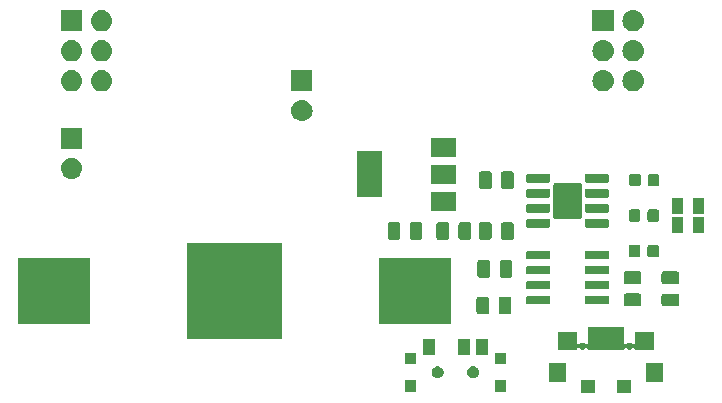
<source format=gbr>
G04 #@! TF.GenerationSoftware,KiCad,Pcbnew,5.1.2*
G04 #@! TF.CreationDate,2019-05-10T12:40:58-05:00*
G04 #@! TF.ProjectId,BreadboardPwr,42726561-6462-46f6-9172-645077722e6b,rev?*
G04 #@! TF.SameCoordinates,Original*
G04 #@! TF.FileFunction,Soldermask,Top*
G04 #@! TF.FilePolarity,Negative*
%FSLAX46Y46*%
G04 Gerber Fmt 4.6, Leading zero omitted, Abs format (unit mm)*
G04 Created by KiCad (PCBNEW 5.1.2) date 2019-05-10 12:40:58*
%MOMM*%
%LPD*%
G04 APERTURE LIST*
%ADD10C,0.100000*%
G04 APERTURE END LIST*
D10*
G36*
X156851000Y-130001000D02*
G01*
X155649000Y-130001000D01*
X155649000Y-128899000D01*
X156851000Y-128899000D01*
X156851000Y-130001000D01*
X156851000Y-130001000D01*
G37*
G36*
X153851000Y-130001000D02*
G01*
X152649000Y-130001000D01*
X152649000Y-128899000D01*
X153851000Y-128899000D01*
X153851000Y-130001000D01*
X153851000Y-130001000D01*
G37*
G36*
X138651000Y-129901000D02*
G01*
X137749000Y-129901000D01*
X137749000Y-128899000D01*
X138651000Y-128899000D01*
X138651000Y-129901000D01*
X138651000Y-129901000D01*
G37*
G36*
X146251000Y-129901000D02*
G01*
X145349000Y-129901000D01*
X145349000Y-128899000D01*
X146251000Y-128899000D01*
X146251000Y-129901000D01*
X146251000Y-129901000D01*
G37*
G36*
X151401000Y-129071000D02*
G01*
X149949000Y-129071000D01*
X149949000Y-127469000D01*
X151401000Y-127469000D01*
X151401000Y-129071000D01*
X151401000Y-129071000D01*
G37*
G36*
X159551000Y-129071000D02*
G01*
X158099000Y-129071000D01*
X158099000Y-127469000D01*
X159551000Y-127469000D01*
X159551000Y-129071000D01*
X159551000Y-129071000D01*
G37*
G36*
X143597740Y-127758626D02*
G01*
X143646136Y-127768253D01*
X143683902Y-127783896D01*
X143737311Y-127806019D01*
X143737312Y-127806020D01*
X143819369Y-127860848D01*
X143889152Y-127930631D01*
X143889153Y-127930633D01*
X143943981Y-128012689D01*
X143981747Y-128103865D01*
X144001000Y-128200655D01*
X144001000Y-128299345D01*
X143981747Y-128396135D01*
X143943981Y-128487311D01*
X143943980Y-128487312D01*
X143889152Y-128569369D01*
X143819369Y-128639152D01*
X143778062Y-128666752D01*
X143737311Y-128693981D01*
X143683902Y-128716104D01*
X143646136Y-128731747D01*
X143597740Y-128741374D01*
X143549345Y-128751000D01*
X143450655Y-128751000D01*
X143402260Y-128741374D01*
X143353864Y-128731747D01*
X143316098Y-128716104D01*
X143262689Y-128693981D01*
X143221938Y-128666752D01*
X143180631Y-128639152D01*
X143110848Y-128569369D01*
X143056020Y-128487312D01*
X143056019Y-128487311D01*
X143018253Y-128396135D01*
X142999000Y-128299345D01*
X142999000Y-128200655D01*
X143018253Y-128103865D01*
X143056019Y-128012689D01*
X143110847Y-127930633D01*
X143110848Y-127930631D01*
X143180631Y-127860848D01*
X143262688Y-127806020D01*
X143262689Y-127806019D01*
X143316098Y-127783896D01*
X143353864Y-127768253D01*
X143402260Y-127758626D01*
X143450655Y-127749000D01*
X143549345Y-127749000D01*
X143597740Y-127758626D01*
X143597740Y-127758626D01*
G37*
G36*
X140597740Y-127758626D02*
G01*
X140646136Y-127768253D01*
X140683902Y-127783896D01*
X140737311Y-127806019D01*
X140737312Y-127806020D01*
X140819369Y-127860848D01*
X140889152Y-127930631D01*
X140889153Y-127930633D01*
X140943981Y-128012689D01*
X140981747Y-128103865D01*
X141001000Y-128200655D01*
X141001000Y-128299345D01*
X140981747Y-128396135D01*
X140943981Y-128487311D01*
X140943980Y-128487312D01*
X140889152Y-128569369D01*
X140819369Y-128639152D01*
X140778062Y-128666752D01*
X140737311Y-128693981D01*
X140683902Y-128716104D01*
X140646136Y-128731747D01*
X140597740Y-128741374D01*
X140549345Y-128751000D01*
X140450655Y-128751000D01*
X140402260Y-128741374D01*
X140353864Y-128731747D01*
X140316098Y-128716104D01*
X140262689Y-128693981D01*
X140221938Y-128666752D01*
X140180631Y-128639152D01*
X140110848Y-128569369D01*
X140056020Y-128487312D01*
X140056019Y-128487311D01*
X140018253Y-128396135D01*
X139999000Y-128299345D01*
X139999000Y-128200655D01*
X140018253Y-128103865D01*
X140056019Y-128012689D01*
X140110847Y-127930633D01*
X140110848Y-127930631D01*
X140180631Y-127860848D01*
X140262688Y-127806020D01*
X140262689Y-127806019D01*
X140316098Y-127783896D01*
X140353864Y-127768253D01*
X140402260Y-127758626D01*
X140450655Y-127749000D01*
X140549345Y-127749000D01*
X140597740Y-127758626D01*
X140597740Y-127758626D01*
G37*
G36*
X146251000Y-127601000D02*
G01*
X145349000Y-127601000D01*
X145349000Y-126599000D01*
X146251000Y-126599000D01*
X146251000Y-127601000D01*
X146251000Y-127601000D01*
G37*
G36*
X138641000Y-127601000D02*
G01*
X137739000Y-127601000D01*
X137739000Y-126599000D01*
X138641000Y-126599000D01*
X138641000Y-127601000D01*
X138641000Y-127601000D01*
G37*
G36*
X143251000Y-126801000D02*
G01*
X142249000Y-126801000D01*
X142249000Y-125449000D01*
X143251000Y-125449000D01*
X143251000Y-126801000D01*
X143251000Y-126801000D01*
G37*
G36*
X140251000Y-126801000D02*
G01*
X139249000Y-126801000D01*
X139249000Y-125449000D01*
X140251000Y-125449000D01*
X140251000Y-126801000D01*
X140251000Y-126801000D01*
G37*
G36*
X144751000Y-126801000D02*
G01*
X143749000Y-126801000D01*
X143749000Y-125449000D01*
X144751000Y-125449000D01*
X144751000Y-126801000D01*
X144751000Y-126801000D01*
G37*
G36*
X156301000Y-125771548D02*
G01*
X156303402Y-125795934D01*
X156310515Y-125819383D01*
X156322066Y-125840994D01*
X156337611Y-125859936D01*
X156356553Y-125875481D01*
X156378164Y-125887032D01*
X156401613Y-125894145D01*
X156425999Y-125896547D01*
X156450385Y-125894145D01*
X156473834Y-125887032D01*
X156495445Y-125875481D01*
X156514387Y-125859936D01*
X156516196Y-125858127D01*
X156516198Y-125858124D01*
X156558124Y-125816198D01*
X156607423Y-125783258D01*
X156607425Y-125783257D01*
X156662203Y-125760567D01*
X156720353Y-125749000D01*
X156779647Y-125749000D01*
X156837797Y-125760567D01*
X156892575Y-125783257D01*
X156892577Y-125783258D01*
X156941876Y-125816198D01*
X156983802Y-125858124D01*
X156983804Y-125858127D01*
X156985613Y-125859936D01*
X157004555Y-125875481D01*
X157026166Y-125887032D01*
X157049615Y-125894145D01*
X157074001Y-125896547D01*
X157098387Y-125894145D01*
X157121836Y-125887032D01*
X157143447Y-125875481D01*
X157162389Y-125859936D01*
X157177934Y-125840994D01*
X157189485Y-125819383D01*
X157196598Y-125795934D01*
X157199000Y-125771548D01*
X157199000Y-124849000D01*
X158801000Y-124849000D01*
X158801000Y-126351000D01*
X157199000Y-126351000D01*
X157199000Y-126328452D01*
X157196598Y-126304066D01*
X157189485Y-126280617D01*
X157177934Y-126259006D01*
X157162389Y-126240064D01*
X157143447Y-126224519D01*
X157121836Y-126212968D01*
X157098387Y-126205855D01*
X157074001Y-126203453D01*
X157049615Y-126205855D01*
X157026166Y-126212968D01*
X157004555Y-126224519D01*
X156985613Y-126240064D01*
X156983804Y-126241873D01*
X156983802Y-126241876D01*
X156941876Y-126283802D01*
X156892577Y-126316742D01*
X156892576Y-126316743D01*
X156892575Y-126316743D01*
X156837797Y-126339433D01*
X156779647Y-126351000D01*
X156720353Y-126351000D01*
X156662203Y-126339433D01*
X156607425Y-126316743D01*
X156607424Y-126316743D01*
X156607423Y-126316742D01*
X156558124Y-126283802D01*
X156516198Y-126241876D01*
X156516196Y-126241873D01*
X156514387Y-126240064D01*
X156495445Y-126224519D01*
X156473834Y-126212968D01*
X156450385Y-126205855D01*
X156425999Y-126203453D01*
X156401613Y-126205855D01*
X156378164Y-126212968D01*
X156356553Y-126224519D01*
X156337611Y-126240064D01*
X156322066Y-126259006D01*
X156310515Y-126280617D01*
X156303402Y-126304066D01*
X156301000Y-126328452D01*
X156301000Y-126351000D01*
X153199000Y-126351000D01*
X153199000Y-126328452D01*
X153196598Y-126304066D01*
X153189485Y-126280617D01*
X153177934Y-126259006D01*
X153162389Y-126240064D01*
X153143447Y-126224519D01*
X153121836Y-126212968D01*
X153098387Y-126205855D01*
X153074001Y-126203453D01*
X153049615Y-126205855D01*
X153026166Y-126212968D01*
X153004555Y-126224519D01*
X152985613Y-126240064D01*
X152983804Y-126241873D01*
X152983802Y-126241876D01*
X152941876Y-126283802D01*
X152892577Y-126316742D01*
X152892576Y-126316743D01*
X152892575Y-126316743D01*
X152837797Y-126339433D01*
X152779647Y-126351000D01*
X152720353Y-126351000D01*
X152662203Y-126339433D01*
X152607425Y-126316743D01*
X152607424Y-126316743D01*
X152607423Y-126316742D01*
X152558124Y-126283802D01*
X152516198Y-126241876D01*
X152516196Y-126241873D01*
X152514387Y-126240064D01*
X152495445Y-126224519D01*
X152473834Y-126212968D01*
X152450385Y-126205855D01*
X152425999Y-126203453D01*
X152401613Y-126205855D01*
X152378164Y-126212968D01*
X152356553Y-126224519D01*
X152337611Y-126240064D01*
X152322066Y-126259006D01*
X152310515Y-126280617D01*
X152303402Y-126304066D01*
X152301000Y-126328452D01*
X152301000Y-126351000D01*
X150699000Y-126351000D01*
X150699000Y-124849000D01*
X152301000Y-124849000D01*
X152301000Y-125771548D01*
X152303402Y-125795934D01*
X152310515Y-125819383D01*
X152322066Y-125840994D01*
X152337611Y-125859936D01*
X152356553Y-125875481D01*
X152378164Y-125887032D01*
X152401613Y-125894145D01*
X152425999Y-125896547D01*
X152450385Y-125894145D01*
X152473834Y-125887032D01*
X152495445Y-125875481D01*
X152514387Y-125859936D01*
X152516196Y-125858127D01*
X152516198Y-125858124D01*
X152558124Y-125816198D01*
X152607423Y-125783258D01*
X152607425Y-125783257D01*
X152662203Y-125760567D01*
X152720353Y-125749000D01*
X152779647Y-125749000D01*
X152837797Y-125760567D01*
X152892575Y-125783257D01*
X152892577Y-125783258D01*
X152941876Y-125816198D01*
X152983802Y-125858124D01*
X152983804Y-125858127D01*
X152985613Y-125859936D01*
X153004555Y-125875481D01*
X153026166Y-125887032D01*
X153049615Y-125894145D01*
X153074001Y-125896547D01*
X153098387Y-125894145D01*
X153121836Y-125887032D01*
X153143447Y-125875481D01*
X153162389Y-125859936D01*
X153177934Y-125840994D01*
X153189485Y-125819383D01*
X153196598Y-125795934D01*
X153199000Y-125771548D01*
X153199000Y-124449000D01*
X156301000Y-124449000D01*
X156301000Y-125771548D01*
X156301000Y-125771548D01*
G37*
G36*
X127351000Y-125451000D02*
G01*
X119249000Y-125451000D01*
X119249000Y-117349000D01*
X127351000Y-117349000D01*
X127351000Y-125451000D01*
X127351000Y-125451000D01*
G37*
G36*
X141651000Y-124201000D02*
G01*
X135549000Y-124201000D01*
X135549000Y-118599000D01*
X141651000Y-118599000D01*
X141651000Y-124201000D01*
X141651000Y-124201000D01*
G37*
G36*
X111051000Y-124201000D02*
G01*
X104949000Y-124201000D01*
X104949000Y-118599000D01*
X111051000Y-118599000D01*
X111051000Y-124201000D01*
X111051000Y-124201000D01*
G37*
G36*
X144696968Y-121853565D02*
G01*
X144735638Y-121865296D01*
X144771277Y-121884346D01*
X144802517Y-121909983D01*
X144828154Y-121941223D01*
X144847204Y-121976862D01*
X144858935Y-122015532D01*
X144863500Y-122061888D01*
X144863500Y-123138112D01*
X144858935Y-123184468D01*
X144847204Y-123223138D01*
X144828154Y-123258777D01*
X144802517Y-123290017D01*
X144771277Y-123315654D01*
X144735638Y-123334704D01*
X144696968Y-123346435D01*
X144650612Y-123351000D01*
X143999388Y-123351000D01*
X143953032Y-123346435D01*
X143914362Y-123334704D01*
X143878723Y-123315654D01*
X143847483Y-123290017D01*
X143821846Y-123258777D01*
X143802796Y-123223138D01*
X143791065Y-123184468D01*
X143786500Y-123138112D01*
X143786500Y-122061888D01*
X143791065Y-122015532D01*
X143802796Y-121976862D01*
X143821846Y-121941223D01*
X143847483Y-121909983D01*
X143878723Y-121884346D01*
X143914362Y-121865296D01*
X143953032Y-121853565D01*
X143999388Y-121849000D01*
X144650612Y-121849000D01*
X144696968Y-121853565D01*
X144696968Y-121853565D01*
G37*
G36*
X146571968Y-121853565D02*
G01*
X146610638Y-121865296D01*
X146646277Y-121884346D01*
X146677517Y-121909983D01*
X146703154Y-121941223D01*
X146722204Y-121976862D01*
X146733935Y-122015532D01*
X146738500Y-122061888D01*
X146738500Y-123138112D01*
X146733935Y-123184468D01*
X146722204Y-123223138D01*
X146703154Y-123258777D01*
X146677517Y-123290017D01*
X146646277Y-123315654D01*
X146610638Y-123334704D01*
X146571968Y-123346435D01*
X146525612Y-123351000D01*
X145874388Y-123351000D01*
X145828032Y-123346435D01*
X145789362Y-123334704D01*
X145753723Y-123315654D01*
X145722483Y-123290017D01*
X145696846Y-123258777D01*
X145677796Y-123223138D01*
X145666065Y-123184468D01*
X145661500Y-123138112D01*
X145661500Y-122061888D01*
X145666065Y-122015532D01*
X145677796Y-121976862D01*
X145696846Y-121941223D01*
X145722483Y-121909983D01*
X145753723Y-121884346D01*
X145789362Y-121865296D01*
X145828032Y-121853565D01*
X145874388Y-121849000D01*
X146525612Y-121849000D01*
X146571968Y-121853565D01*
X146571968Y-121853565D01*
G37*
G36*
X160784468Y-121603565D02*
G01*
X160823138Y-121615296D01*
X160858777Y-121634346D01*
X160890017Y-121659983D01*
X160915654Y-121691223D01*
X160934704Y-121726862D01*
X160946435Y-121765532D01*
X160951000Y-121811888D01*
X160951000Y-122463112D01*
X160946435Y-122509468D01*
X160934704Y-122548138D01*
X160915654Y-122583777D01*
X160890017Y-122615017D01*
X160858777Y-122640654D01*
X160823138Y-122659704D01*
X160784468Y-122671435D01*
X160738112Y-122676000D01*
X159661888Y-122676000D01*
X159615532Y-122671435D01*
X159576862Y-122659704D01*
X159541223Y-122640654D01*
X159509983Y-122615017D01*
X159484346Y-122583777D01*
X159465296Y-122548138D01*
X159453565Y-122509468D01*
X159449000Y-122463112D01*
X159449000Y-121811888D01*
X159453565Y-121765532D01*
X159465296Y-121726862D01*
X159484346Y-121691223D01*
X159509983Y-121659983D01*
X159541223Y-121634346D01*
X159576862Y-121615296D01*
X159615532Y-121603565D01*
X159661888Y-121599000D01*
X160738112Y-121599000D01*
X160784468Y-121603565D01*
X160784468Y-121603565D01*
G37*
G36*
X157584468Y-121591065D02*
G01*
X157623138Y-121602796D01*
X157658777Y-121621846D01*
X157690017Y-121647483D01*
X157715654Y-121678723D01*
X157734704Y-121714362D01*
X157746435Y-121753032D01*
X157751000Y-121799388D01*
X157751000Y-122450612D01*
X157746435Y-122496968D01*
X157734704Y-122535638D01*
X157715654Y-122571277D01*
X157690017Y-122602517D01*
X157658777Y-122628154D01*
X157623138Y-122647204D01*
X157584468Y-122658935D01*
X157538112Y-122663500D01*
X156461888Y-122663500D01*
X156415532Y-122658935D01*
X156376862Y-122647204D01*
X156341223Y-122628154D01*
X156309983Y-122602517D01*
X156284346Y-122571277D01*
X156265296Y-122535638D01*
X156253565Y-122496968D01*
X156249000Y-122450612D01*
X156249000Y-121799388D01*
X156253565Y-121753032D01*
X156265296Y-121714362D01*
X156284346Y-121678723D01*
X156309983Y-121647483D01*
X156341223Y-121621846D01*
X156376862Y-121602796D01*
X156415532Y-121591065D01*
X156461888Y-121586500D01*
X157538112Y-121586500D01*
X157584468Y-121591065D01*
X157584468Y-121591065D01*
G37*
G36*
X154909928Y-121806764D02*
G01*
X154931009Y-121813160D01*
X154950445Y-121823548D01*
X154967476Y-121837524D01*
X154981452Y-121854555D01*
X154991840Y-121873991D01*
X154998236Y-121895072D01*
X155001000Y-121923140D01*
X155001000Y-122386860D01*
X154998236Y-122414928D01*
X154991840Y-122436009D01*
X154981452Y-122455445D01*
X154967476Y-122472476D01*
X154950445Y-122486452D01*
X154931009Y-122496840D01*
X154909928Y-122503236D01*
X154881860Y-122506000D01*
X153068140Y-122506000D01*
X153040072Y-122503236D01*
X153018991Y-122496840D01*
X152999555Y-122486452D01*
X152982524Y-122472476D01*
X152968548Y-122455445D01*
X152958160Y-122436009D01*
X152951764Y-122414928D01*
X152949000Y-122386860D01*
X152949000Y-121923140D01*
X152951764Y-121895072D01*
X152958160Y-121873991D01*
X152968548Y-121854555D01*
X152982524Y-121837524D01*
X152999555Y-121823548D01*
X153018991Y-121813160D01*
X153040072Y-121806764D01*
X153068140Y-121804000D01*
X154881860Y-121804000D01*
X154909928Y-121806764D01*
X154909928Y-121806764D01*
G37*
G36*
X149959928Y-121806764D02*
G01*
X149981009Y-121813160D01*
X150000445Y-121823548D01*
X150017476Y-121837524D01*
X150031452Y-121854555D01*
X150041840Y-121873991D01*
X150048236Y-121895072D01*
X150051000Y-121923140D01*
X150051000Y-122386860D01*
X150048236Y-122414928D01*
X150041840Y-122436009D01*
X150031452Y-122455445D01*
X150017476Y-122472476D01*
X150000445Y-122486452D01*
X149981009Y-122496840D01*
X149959928Y-122503236D01*
X149931860Y-122506000D01*
X148118140Y-122506000D01*
X148090072Y-122503236D01*
X148068991Y-122496840D01*
X148049555Y-122486452D01*
X148032524Y-122472476D01*
X148018548Y-122455445D01*
X148008160Y-122436009D01*
X148001764Y-122414928D01*
X147999000Y-122386860D01*
X147999000Y-121923140D01*
X148001764Y-121895072D01*
X148008160Y-121873991D01*
X148018548Y-121854555D01*
X148032524Y-121837524D01*
X148049555Y-121823548D01*
X148068991Y-121813160D01*
X148090072Y-121806764D01*
X148118140Y-121804000D01*
X149931860Y-121804000D01*
X149959928Y-121806764D01*
X149959928Y-121806764D01*
G37*
G36*
X149959928Y-120536764D02*
G01*
X149981009Y-120543160D01*
X150000445Y-120553548D01*
X150017476Y-120567524D01*
X150031452Y-120584555D01*
X150041840Y-120603991D01*
X150048236Y-120625072D01*
X150051000Y-120653140D01*
X150051000Y-121116860D01*
X150048236Y-121144928D01*
X150041840Y-121166009D01*
X150031452Y-121185445D01*
X150017476Y-121202476D01*
X150000445Y-121216452D01*
X149981009Y-121226840D01*
X149959928Y-121233236D01*
X149931860Y-121236000D01*
X148118140Y-121236000D01*
X148090072Y-121233236D01*
X148068991Y-121226840D01*
X148049555Y-121216452D01*
X148032524Y-121202476D01*
X148018548Y-121185445D01*
X148008160Y-121166009D01*
X148001764Y-121144928D01*
X147999000Y-121116860D01*
X147999000Y-120653140D01*
X148001764Y-120625072D01*
X148008160Y-120603991D01*
X148018548Y-120584555D01*
X148032524Y-120567524D01*
X148049555Y-120553548D01*
X148068991Y-120543160D01*
X148090072Y-120536764D01*
X148118140Y-120534000D01*
X149931860Y-120534000D01*
X149959928Y-120536764D01*
X149959928Y-120536764D01*
G37*
G36*
X154909928Y-120536764D02*
G01*
X154931009Y-120543160D01*
X154950445Y-120553548D01*
X154967476Y-120567524D01*
X154981452Y-120584555D01*
X154991840Y-120603991D01*
X154998236Y-120625072D01*
X155001000Y-120653140D01*
X155001000Y-121116860D01*
X154998236Y-121144928D01*
X154991840Y-121166009D01*
X154981452Y-121185445D01*
X154967476Y-121202476D01*
X154950445Y-121216452D01*
X154931009Y-121226840D01*
X154909928Y-121233236D01*
X154881860Y-121236000D01*
X153068140Y-121236000D01*
X153040072Y-121233236D01*
X153018991Y-121226840D01*
X152999555Y-121216452D01*
X152982524Y-121202476D01*
X152968548Y-121185445D01*
X152958160Y-121166009D01*
X152951764Y-121144928D01*
X152949000Y-121116860D01*
X152949000Y-120653140D01*
X152951764Y-120625072D01*
X152958160Y-120603991D01*
X152968548Y-120584555D01*
X152982524Y-120567524D01*
X152999555Y-120553548D01*
X153018991Y-120543160D01*
X153040072Y-120536764D01*
X153068140Y-120534000D01*
X154881860Y-120534000D01*
X154909928Y-120536764D01*
X154909928Y-120536764D01*
G37*
G36*
X160784468Y-119728565D02*
G01*
X160823138Y-119740296D01*
X160858777Y-119759346D01*
X160890017Y-119784983D01*
X160915654Y-119816223D01*
X160934704Y-119851862D01*
X160946435Y-119890532D01*
X160951000Y-119936888D01*
X160951000Y-120588112D01*
X160946435Y-120634468D01*
X160934704Y-120673138D01*
X160915654Y-120708777D01*
X160890017Y-120740017D01*
X160858777Y-120765654D01*
X160823138Y-120784704D01*
X160784468Y-120796435D01*
X160738112Y-120801000D01*
X159661888Y-120801000D01*
X159615532Y-120796435D01*
X159576862Y-120784704D01*
X159541223Y-120765654D01*
X159509983Y-120740017D01*
X159484346Y-120708777D01*
X159465296Y-120673138D01*
X159453565Y-120634468D01*
X159449000Y-120588112D01*
X159449000Y-119936888D01*
X159453565Y-119890532D01*
X159465296Y-119851862D01*
X159484346Y-119816223D01*
X159509983Y-119784983D01*
X159541223Y-119759346D01*
X159576862Y-119740296D01*
X159615532Y-119728565D01*
X159661888Y-119724000D01*
X160738112Y-119724000D01*
X160784468Y-119728565D01*
X160784468Y-119728565D01*
G37*
G36*
X157584468Y-119716065D02*
G01*
X157623138Y-119727796D01*
X157658777Y-119746846D01*
X157690017Y-119772483D01*
X157715654Y-119803723D01*
X157734704Y-119839362D01*
X157746435Y-119878032D01*
X157751000Y-119924388D01*
X157751000Y-120575612D01*
X157746435Y-120621968D01*
X157734704Y-120660638D01*
X157715654Y-120696277D01*
X157690017Y-120727517D01*
X157658777Y-120753154D01*
X157623138Y-120772204D01*
X157584468Y-120783935D01*
X157538112Y-120788500D01*
X156461888Y-120788500D01*
X156415532Y-120783935D01*
X156376862Y-120772204D01*
X156341223Y-120753154D01*
X156309983Y-120727517D01*
X156284346Y-120696277D01*
X156265296Y-120660638D01*
X156253565Y-120621968D01*
X156249000Y-120575612D01*
X156249000Y-119924388D01*
X156253565Y-119878032D01*
X156265296Y-119839362D01*
X156284346Y-119803723D01*
X156309983Y-119772483D01*
X156341223Y-119746846D01*
X156376862Y-119727796D01*
X156415532Y-119716065D01*
X156461888Y-119711500D01*
X157538112Y-119711500D01*
X157584468Y-119716065D01*
X157584468Y-119716065D01*
G37*
G36*
X146646968Y-118753565D02*
G01*
X146685638Y-118765296D01*
X146721277Y-118784346D01*
X146752517Y-118809983D01*
X146778154Y-118841223D01*
X146797204Y-118876862D01*
X146808935Y-118915532D01*
X146813500Y-118961888D01*
X146813500Y-120038112D01*
X146808935Y-120084468D01*
X146797204Y-120123138D01*
X146778154Y-120158777D01*
X146752517Y-120190017D01*
X146721277Y-120215654D01*
X146685638Y-120234704D01*
X146646968Y-120246435D01*
X146600612Y-120251000D01*
X145949388Y-120251000D01*
X145903032Y-120246435D01*
X145864362Y-120234704D01*
X145828723Y-120215654D01*
X145797483Y-120190017D01*
X145771846Y-120158777D01*
X145752796Y-120123138D01*
X145741065Y-120084468D01*
X145736500Y-120038112D01*
X145736500Y-118961888D01*
X145741065Y-118915532D01*
X145752796Y-118876862D01*
X145771846Y-118841223D01*
X145797483Y-118809983D01*
X145828723Y-118784346D01*
X145864362Y-118765296D01*
X145903032Y-118753565D01*
X145949388Y-118749000D01*
X146600612Y-118749000D01*
X146646968Y-118753565D01*
X146646968Y-118753565D01*
G37*
G36*
X144771968Y-118753565D02*
G01*
X144810638Y-118765296D01*
X144846277Y-118784346D01*
X144877517Y-118809983D01*
X144903154Y-118841223D01*
X144922204Y-118876862D01*
X144933935Y-118915532D01*
X144938500Y-118961888D01*
X144938500Y-120038112D01*
X144933935Y-120084468D01*
X144922204Y-120123138D01*
X144903154Y-120158777D01*
X144877517Y-120190017D01*
X144846277Y-120215654D01*
X144810638Y-120234704D01*
X144771968Y-120246435D01*
X144725612Y-120251000D01*
X144074388Y-120251000D01*
X144028032Y-120246435D01*
X143989362Y-120234704D01*
X143953723Y-120215654D01*
X143922483Y-120190017D01*
X143896846Y-120158777D01*
X143877796Y-120123138D01*
X143866065Y-120084468D01*
X143861500Y-120038112D01*
X143861500Y-118961888D01*
X143866065Y-118915532D01*
X143877796Y-118876862D01*
X143896846Y-118841223D01*
X143922483Y-118809983D01*
X143953723Y-118784346D01*
X143989362Y-118765296D01*
X144028032Y-118753565D01*
X144074388Y-118749000D01*
X144725612Y-118749000D01*
X144771968Y-118753565D01*
X144771968Y-118753565D01*
G37*
G36*
X154909928Y-119266764D02*
G01*
X154931009Y-119273160D01*
X154950445Y-119283548D01*
X154967476Y-119297524D01*
X154981452Y-119314555D01*
X154991840Y-119333991D01*
X154998236Y-119355072D01*
X155001000Y-119383140D01*
X155001000Y-119846860D01*
X154998236Y-119874928D01*
X154991840Y-119896009D01*
X154981452Y-119915445D01*
X154967476Y-119932476D01*
X154950445Y-119946452D01*
X154931009Y-119956840D01*
X154909928Y-119963236D01*
X154881860Y-119966000D01*
X153068140Y-119966000D01*
X153040072Y-119963236D01*
X153018991Y-119956840D01*
X152999555Y-119946452D01*
X152982524Y-119932476D01*
X152968548Y-119915445D01*
X152958160Y-119896009D01*
X152951764Y-119874928D01*
X152949000Y-119846860D01*
X152949000Y-119383140D01*
X152951764Y-119355072D01*
X152958160Y-119333991D01*
X152968548Y-119314555D01*
X152982524Y-119297524D01*
X152999555Y-119283548D01*
X153018991Y-119273160D01*
X153040072Y-119266764D01*
X153068140Y-119264000D01*
X154881860Y-119264000D01*
X154909928Y-119266764D01*
X154909928Y-119266764D01*
G37*
G36*
X149959928Y-119266764D02*
G01*
X149981009Y-119273160D01*
X150000445Y-119283548D01*
X150017476Y-119297524D01*
X150031452Y-119314555D01*
X150041840Y-119333991D01*
X150048236Y-119355072D01*
X150051000Y-119383140D01*
X150051000Y-119846860D01*
X150048236Y-119874928D01*
X150041840Y-119896009D01*
X150031452Y-119915445D01*
X150017476Y-119932476D01*
X150000445Y-119946452D01*
X149981009Y-119956840D01*
X149959928Y-119963236D01*
X149931860Y-119966000D01*
X148118140Y-119966000D01*
X148090072Y-119963236D01*
X148068991Y-119956840D01*
X148049555Y-119946452D01*
X148032524Y-119932476D01*
X148018548Y-119915445D01*
X148008160Y-119896009D01*
X148001764Y-119874928D01*
X147999000Y-119846860D01*
X147999000Y-119383140D01*
X148001764Y-119355072D01*
X148008160Y-119333991D01*
X148018548Y-119314555D01*
X148032524Y-119297524D01*
X148049555Y-119283548D01*
X148068991Y-119273160D01*
X148090072Y-119266764D01*
X148118140Y-119264000D01*
X149931860Y-119264000D01*
X149959928Y-119266764D01*
X149959928Y-119266764D01*
G37*
G36*
X154909928Y-117996764D02*
G01*
X154931009Y-118003160D01*
X154950445Y-118013548D01*
X154967476Y-118027524D01*
X154981452Y-118044555D01*
X154991840Y-118063991D01*
X154998236Y-118085072D01*
X155001000Y-118113140D01*
X155001000Y-118576860D01*
X154998236Y-118604928D01*
X154991840Y-118626009D01*
X154981452Y-118645445D01*
X154967476Y-118662476D01*
X154950445Y-118676452D01*
X154931009Y-118686840D01*
X154909928Y-118693236D01*
X154881860Y-118696000D01*
X153068140Y-118696000D01*
X153040072Y-118693236D01*
X153018991Y-118686840D01*
X152999555Y-118676452D01*
X152982524Y-118662476D01*
X152968548Y-118645445D01*
X152958160Y-118626009D01*
X152951764Y-118604928D01*
X152949000Y-118576860D01*
X152949000Y-118113140D01*
X152951764Y-118085072D01*
X152958160Y-118063991D01*
X152968548Y-118044555D01*
X152982524Y-118027524D01*
X152999555Y-118013548D01*
X153018991Y-118003160D01*
X153040072Y-117996764D01*
X153068140Y-117994000D01*
X154881860Y-117994000D01*
X154909928Y-117996764D01*
X154909928Y-117996764D01*
G37*
G36*
X149959928Y-117996764D02*
G01*
X149981009Y-118003160D01*
X150000445Y-118013548D01*
X150017476Y-118027524D01*
X150031452Y-118044555D01*
X150041840Y-118063991D01*
X150048236Y-118085072D01*
X150051000Y-118113140D01*
X150051000Y-118576860D01*
X150048236Y-118604928D01*
X150041840Y-118626009D01*
X150031452Y-118645445D01*
X150017476Y-118662476D01*
X150000445Y-118676452D01*
X149981009Y-118686840D01*
X149959928Y-118693236D01*
X149931860Y-118696000D01*
X148118140Y-118696000D01*
X148090072Y-118693236D01*
X148068991Y-118686840D01*
X148049555Y-118676452D01*
X148032524Y-118662476D01*
X148018548Y-118645445D01*
X148008160Y-118626009D01*
X148001764Y-118604928D01*
X147999000Y-118576860D01*
X147999000Y-118113140D01*
X148001764Y-118085072D01*
X148008160Y-118063991D01*
X148018548Y-118044555D01*
X148032524Y-118027524D01*
X148049555Y-118013548D01*
X148068991Y-118003160D01*
X148090072Y-117996764D01*
X148118140Y-117994000D01*
X149931860Y-117994000D01*
X149959928Y-117996764D01*
X149959928Y-117996764D01*
G37*
G36*
X159092091Y-117478085D02*
G01*
X159126069Y-117488393D01*
X159157390Y-117505134D01*
X159184839Y-117527661D01*
X159207366Y-117555110D01*
X159224107Y-117586431D01*
X159234415Y-117620409D01*
X159238500Y-117661890D01*
X159238500Y-118338110D01*
X159234415Y-118379591D01*
X159224107Y-118413569D01*
X159207366Y-118444890D01*
X159184839Y-118472339D01*
X159157390Y-118494866D01*
X159126069Y-118511607D01*
X159092091Y-118521915D01*
X159050610Y-118526000D01*
X158449390Y-118526000D01*
X158407909Y-118521915D01*
X158373931Y-118511607D01*
X158342610Y-118494866D01*
X158315161Y-118472339D01*
X158292634Y-118444890D01*
X158275893Y-118413569D01*
X158265585Y-118379591D01*
X158261500Y-118338110D01*
X158261500Y-117661890D01*
X158265585Y-117620409D01*
X158275893Y-117586431D01*
X158292634Y-117555110D01*
X158315161Y-117527661D01*
X158342610Y-117505134D01*
X158373931Y-117488393D01*
X158407909Y-117478085D01*
X158449390Y-117474000D01*
X159050610Y-117474000D01*
X159092091Y-117478085D01*
X159092091Y-117478085D01*
G37*
G36*
X157517091Y-117478085D02*
G01*
X157551069Y-117488393D01*
X157582390Y-117505134D01*
X157609839Y-117527661D01*
X157632366Y-117555110D01*
X157649107Y-117586431D01*
X157659415Y-117620409D01*
X157663500Y-117661890D01*
X157663500Y-118338110D01*
X157659415Y-118379591D01*
X157649107Y-118413569D01*
X157632366Y-118444890D01*
X157609839Y-118472339D01*
X157582390Y-118494866D01*
X157551069Y-118511607D01*
X157517091Y-118521915D01*
X157475610Y-118526000D01*
X156874390Y-118526000D01*
X156832909Y-118521915D01*
X156798931Y-118511607D01*
X156767610Y-118494866D01*
X156740161Y-118472339D01*
X156717634Y-118444890D01*
X156700893Y-118413569D01*
X156690585Y-118379591D01*
X156686500Y-118338110D01*
X156686500Y-117661890D01*
X156690585Y-117620409D01*
X156700893Y-117586431D01*
X156717634Y-117555110D01*
X156740161Y-117527661D01*
X156767610Y-117505134D01*
X156798931Y-117488393D01*
X156832909Y-117478085D01*
X156874390Y-117474000D01*
X157475610Y-117474000D01*
X157517091Y-117478085D01*
X157517091Y-117478085D01*
G37*
G36*
X137171968Y-115553565D02*
G01*
X137210638Y-115565296D01*
X137246277Y-115584346D01*
X137277517Y-115609983D01*
X137303154Y-115641223D01*
X137322204Y-115676862D01*
X137333935Y-115715532D01*
X137338500Y-115761888D01*
X137338500Y-116838112D01*
X137333935Y-116884468D01*
X137322204Y-116923138D01*
X137303154Y-116958777D01*
X137277517Y-116990017D01*
X137246277Y-117015654D01*
X137210638Y-117034704D01*
X137171968Y-117046435D01*
X137125612Y-117051000D01*
X136474388Y-117051000D01*
X136428032Y-117046435D01*
X136389362Y-117034704D01*
X136353723Y-117015654D01*
X136322483Y-116990017D01*
X136296846Y-116958777D01*
X136277796Y-116923138D01*
X136266065Y-116884468D01*
X136261500Y-116838112D01*
X136261500Y-115761888D01*
X136266065Y-115715532D01*
X136277796Y-115676862D01*
X136296846Y-115641223D01*
X136322483Y-115609983D01*
X136353723Y-115584346D01*
X136389362Y-115565296D01*
X136428032Y-115553565D01*
X136474388Y-115549000D01*
X137125612Y-115549000D01*
X137171968Y-115553565D01*
X137171968Y-115553565D01*
G37*
G36*
X144896968Y-115553565D02*
G01*
X144935638Y-115565296D01*
X144971277Y-115584346D01*
X145002517Y-115609983D01*
X145028154Y-115641223D01*
X145047204Y-115676862D01*
X145058935Y-115715532D01*
X145063500Y-115761888D01*
X145063500Y-116838112D01*
X145058935Y-116884468D01*
X145047204Y-116923138D01*
X145028154Y-116958777D01*
X145002517Y-116990017D01*
X144971277Y-117015654D01*
X144935638Y-117034704D01*
X144896968Y-117046435D01*
X144850612Y-117051000D01*
X144199388Y-117051000D01*
X144153032Y-117046435D01*
X144114362Y-117034704D01*
X144078723Y-117015654D01*
X144047483Y-116990017D01*
X144021846Y-116958777D01*
X144002796Y-116923138D01*
X143991065Y-116884468D01*
X143986500Y-116838112D01*
X143986500Y-115761888D01*
X143991065Y-115715532D01*
X144002796Y-115676862D01*
X144021846Y-115641223D01*
X144047483Y-115609983D01*
X144078723Y-115584346D01*
X144114362Y-115565296D01*
X144153032Y-115553565D01*
X144199388Y-115549000D01*
X144850612Y-115549000D01*
X144896968Y-115553565D01*
X144896968Y-115553565D01*
G37*
G36*
X139046968Y-115553565D02*
G01*
X139085638Y-115565296D01*
X139121277Y-115584346D01*
X139152517Y-115609983D01*
X139178154Y-115641223D01*
X139197204Y-115676862D01*
X139208935Y-115715532D01*
X139213500Y-115761888D01*
X139213500Y-116838112D01*
X139208935Y-116884468D01*
X139197204Y-116923138D01*
X139178154Y-116958777D01*
X139152517Y-116990017D01*
X139121277Y-117015654D01*
X139085638Y-117034704D01*
X139046968Y-117046435D01*
X139000612Y-117051000D01*
X138349388Y-117051000D01*
X138303032Y-117046435D01*
X138264362Y-117034704D01*
X138228723Y-117015654D01*
X138197483Y-116990017D01*
X138171846Y-116958777D01*
X138152796Y-116923138D01*
X138141065Y-116884468D01*
X138136500Y-116838112D01*
X138136500Y-115761888D01*
X138141065Y-115715532D01*
X138152796Y-115676862D01*
X138171846Y-115641223D01*
X138197483Y-115609983D01*
X138228723Y-115584346D01*
X138264362Y-115565296D01*
X138303032Y-115553565D01*
X138349388Y-115549000D01*
X139000612Y-115549000D01*
X139046968Y-115553565D01*
X139046968Y-115553565D01*
G37*
G36*
X141296968Y-115553565D02*
G01*
X141335638Y-115565296D01*
X141371277Y-115584346D01*
X141402517Y-115609983D01*
X141428154Y-115641223D01*
X141447204Y-115676862D01*
X141458935Y-115715532D01*
X141463500Y-115761888D01*
X141463500Y-116838112D01*
X141458935Y-116884468D01*
X141447204Y-116923138D01*
X141428154Y-116958777D01*
X141402517Y-116990017D01*
X141371277Y-117015654D01*
X141335638Y-117034704D01*
X141296968Y-117046435D01*
X141250612Y-117051000D01*
X140599388Y-117051000D01*
X140553032Y-117046435D01*
X140514362Y-117034704D01*
X140478723Y-117015654D01*
X140447483Y-116990017D01*
X140421846Y-116958777D01*
X140402796Y-116923138D01*
X140391065Y-116884468D01*
X140386500Y-116838112D01*
X140386500Y-115761888D01*
X140391065Y-115715532D01*
X140402796Y-115676862D01*
X140421846Y-115641223D01*
X140447483Y-115609983D01*
X140478723Y-115584346D01*
X140514362Y-115565296D01*
X140553032Y-115553565D01*
X140599388Y-115549000D01*
X141250612Y-115549000D01*
X141296968Y-115553565D01*
X141296968Y-115553565D01*
G37*
G36*
X143171968Y-115553565D02*
G01*
X143210638Y-115565296D01*
X143246277Y-115584346D01*
X143277517Y-115609983D01*
X143303154Y-115641223D01*
X143322204Y-115676862D01*
X143333935Y-115715532D01*
X143338500Y-115761888D01*
X143338500Y-116838112D01*
X143333935Y-116884468D01*
X143322204Y-116923138D01*
X143303154Y-116958777D01*
X143277517Y-116990017D01*
X143246277Y-117015654D01*
X143210638Y-117034704D01*
X143171968Y-117046435D01*
X143125612Y-117051000D01*
X142474388Y-117051000D01*
X142428032Y-117046435D01*
X142389362Y-117034704D01*
X142353723Y-117015654D01*
X142322483Y-116990017D01*
X142296846Y-116958777D01*
X142277796Y-116923138D01*
X142266065Y-116884468D01*
X142261500Y-116838112D01*
X142261500Y-115761888D01*
X142266065Y-115715532D01*
X142277796Y-115676862D01*
X142296846Y-115641223D01*
X142322483Y-115609983D01*
X142353723Y-115584346D01*
X142389362Y-115565296D01*
X142428032Y-115553565D01*
X142474388Y-115549000D01*
X143125612Y-115549000D01*
X143171968Y-115553565D01*
X143171968Y-115553565D01*
G37*
G36*
X146771968Y-115553565D02*
G01*
X146810638Y-115565296D01*
X146846277Y-115584346D01*
X146877517Y-115609983D01*
X146903154Y-115641223D01*
X146922204Y-115676862D01*
X146933935Y-115715532D01*
X146938500Y-115761888D01*
X146938500Y-116838112D01*
X146933935Y-116884468D01*
X146922204Y-116923138D01*
X146903154Y-116958777D01*
X146877517Y-116990017D01*
X146846277Y-117015654D01*
X146810638Y-117034704D01*
X146771968Y-117046435D01*
X146725612Y-117051000D01*
X146074388Y-117051000D01*
X146028032Y-117046435D01*
X145989362Y-117034704D01*
X145953723Y-117015654D01*
X145922483Y-116990017D01*
X145896846Y-116958777D01*
X145877796Y-116923138D01*
X145866065Y-116884468D01*
X145861500Y-116838112D01*
X145861500Y-115761888D01*
X145866065Y-115715532D01*
X145877796Y-115676862D01*
X145896846Y-115641223D01*
X145922483Y-115609983D01*
X145953723Y-115584346D01*
X145989362Y-115565296D01*
X146028032Y-115553565D01*
X146074388Y-115549000D01*
X146725612Y-115549000D01*
X146771968Y-115553565D01*
X146771968Y-115553565D01*
G37*
G36*
X163051000Y-116501000D02*
G01*
X162149000Y-116501000D01*
X162149000Y-115149000D01*
X163051000Y-115149000D01*
X163051000Y-116501000D01*
X163051000Y-116501000D01*
G37*
G36*
X161251000Y-116501000D02*
G01*
X160349000Y-116501000D01*
X160349000Y-115149000D01*
X161251000Y-115149000D01*
X161251000Y-116501000D01*
X161251000Y-116501000D01*
G37*
G36*
X149959928Y-115306764D02*
G01*
X149981009Y-115313160D01*
X150000445Y-115323548D01*
X150017476Y-115337524D01*
X150031452Y-115354555D01*
X150041840Y-115373991D01*
X150048236Y-115395072D01*
X150051000Y-115423140D01*
X150051000Y-115886860D01*
X150048236Y-115914928D01*
X150041840Y-115936009D01*
X150031452Y-115955445D01*
X150017476Y-115972476D01*
X150000445Y-115986452D01*
X149981009Y-115996840D01*
X149959928Y-116003236D01*
X149931860Y-116006000D01*
X148118140Y-116006000D01*
X148090072Y-116003236D01*
X148068991Y-115996840D01*
X148049555Y-115986452D01*
X148032524Y-115972476D01*
X148018548Y-115955445D01*
X148008160Y-115936009D01*
X148001764Y-115914928D01*
X147999000Y-115886860D01*
X147999000Y-115423140D01*
X148001764Y-115395072D01*
X148008160Y-115373991D01*
X148018548Y-115354555D01*
X148032524Y-115337524D01*
X148049555Y-115323548D01*
X148068991Y-115313160D01*
X148090072Y-115306764D01*
X148118140Y-115304000D01*
X149931860Y-115304000D01*
X149959928Y-115306764D01*
X149959928Y-115306764D01*
G37*
G36*
X154909928Y-115306764D02*
G01*
X154931009Y-115313160D01*
X154950445Y-115323548D01*
X154967476Y-115337524D01*
X154981452Y-115354555D01*
X154991840Y-115373991D01*
X154998236Y-115395072D01*
X155001000Y-115423140D01*
X155001000Y-115886860D01*
X154998236Y-115914928D01*
X154991840Y-115936009D01*
X154981452Y-115955445D01*
X154967476Y-115972476D01*
X154950445Y-115986452D01*
X154931009Y-115996840D01*
X154909928Y-116003236D01*
X154881860Y-116006000D01*
X153068140Y-116006000D01*
X153040072Y-116003236D01*
X153018991Y-115996840D01*
X152999555Y-115986452D01*
X152982524Y-115972476D01*
X152968548Y-115955445D01*
X152958160Y-115936009D01*
X152951764Y-115914928D01*
X152949000Y-115886860D01*
X152949000Y-115423140D01*
X152951764Y-115395072D01*
X152958160Y-115373991D01*
X152968548Y-115354555D01*
X152982524Y-115337524D01*
X152999555Y-115323548D01*
X153018991Y-115313160D01*
X153040072Y-115306764D01*
X153068140Y-115304000D01*
X154881860Y-115304000D01*
X154909928Y-115306764D01*
X154909928Y-115306764D01*
G37*
G36*
X159092091Y-114478085D02*
G01*
X159126069Y-114488393D01*
X159157390Y-114505134D01*
X159184839Y-114527661D01*
X159207366Y-114555110D01*
X159224107Y-114586431D01*
X159234415Y-114620409D01*
X159238500Y-114661890D01*
X159238500Y-115338110D01*
X159234415Y-115379591D01*
X159224107Y-115413569D01*
X159207366Y-115444890D01*
X159184839Y-115472339D01*
X159157390Y-115494866D01*
X159126069Y-115511607D01*
X159092091Y-115521915D01*
X159050610Y-115526000D01*
X158449390Y-115526000D01*
X158407909Y-115521915D01*
X158373931Y-115511607D01*
X158342610Y-115494866D01*
X158315161Y-115472339D01*
X158292634Y-115444890D01*
X158275893Y-115413569D01*
X158265585Y-115379591D01*
X158261500Y-115338110D01*
X158261500Y-114661890D01*
X158265585Y-114620409D01*
X158275893Y-114586431D01*
X158292634Y-114555110D01*
X158315161Y-114527661D01*
X158342610Y-114505134D01*
X158373931Y-114488393D01*
X158407909Y-114478085D01*
X158449390Y-114474000D01*
X159050610Y-114474000D01*
X159092091Y-114478085D01*
X159092091Y-114478085D01*
G37*
G36*
X157517091Y-114478085D02*
G01*
X157551069Y-114488393D01*
X157582390Y-114505134D01*
X157609839Y-114527661D01*
X157632366Y-114555110D01*
X157649107Y-114586431D01*
X157659415Y-114620409D01*
X157663500Y-114661890D01*
X157663500Y-115338110D01*
X157659415Y-115379591D01*
X157649107Y-115413569D01*
X157632366Y-115444890D01*
X157609839Y-115472339D01*
X157582390Y-115494866D01*
X157551069Y-115511607D01*
X157517091Y-115521915D01*
X157475610Y-115526000D01*
X156874390Y-115526000D01*
X156832909Y-115521915D01*
X156798931Y-115511607D01*
X156767610Y-115494866D01*
X156740161Y-115472339D01*
X156717634Y-115444890D01*
X156700893Y-115413569D01*
X156690585Y-115379591D01*
X156686500Y-115338110D01*
X156686500Y-114661890D01*
X156690585Y-114620409D01*
X156700893Y-114586431D01*
X156717634Y-114555110D01*
X156740161Y-114527661D01*
X156767610Y-114505134D01*
X156798931Y-114488393D01*
X156832909Y-114478085D01*
X156874390Y-114474000D01*
X157475610Y-114474000D01*
X157517091Y-114478085D01*
X157517091Y-114478085D01*
G37*
G36*
X152564336Y-112202733D02*
G01*
X152594883Y-112211999D01*
X152623033Y-112227046D01*
X152647706Y-112247294D01*
X152667954Y-112271967D01*
X152683001Y-112300117D01*
X152692267Y-112330664D01*
X152696000Y-112368567D01*
X152696000Y-115131433D01*
X152692267Y-115169336D01*
X152683001Y-115199883D01*
X152667954Y-115228033D01*
X152647706Y-115252706D01*
X152623033Y-115272954D01*
X152594883Y-115288001D01*
X152564336Y-115297267D01*
X152526433Y-115301000D01*
X150473567Y-115301000D01*
X150435664Y-115297267D01*
X150405117Y-115288001D01*
X150376967Y-115272954D01*
X150352294Y-115252706D01*
X150332046Y-115228033D01*
X150316999Y-115199883D01*
X150307733Y-115169336D01*
X150304000Y-115131433D01*
X150304000Y-112368567D01*
X150307733Y-112330664D01*
X150316999Y-112300117D01*
X150332046Y-112271967D01*
X150352294Y-112247294D01*
X150376967Y-112227046D01*
X150405117Y-112211999D01*
X150435664Y-112202733D01*
X150473567Y-112199000D01*
X152526433Y-112199000D01*
X152564336Y-112202733D01*
X152564336Y-112202733D01*
G37*
G36*
X161251000Y-114851000D02*
G01*
X160349000Y-114851000D01*
X160349000Y-113499000D01*
X161251000Y-113499000D01*
X161251000Y-114851000D01*
X161251000Y-114851000D01*
G37*
G36*
X163051000Y-114851000D02*
G01*
X162149000Y-114851000D01*
X162149000Y-113499000D01*
X163051000Y-113499000D01*
X163051000Y-114851000D01*
X163051000Y-114851000D01*
G37*
G36*
X154909928Y-114036764D02*
G01*
X154931009Y-114043160D01*
X154950445Y-114053548D01*
X154967476Y-114067524D01*
X154981452Y-114084555D01*
X154991840Y-114103991D01*
X154998236Y-114125072D01*
X155001000Y-114153140D01*
X155001000Y-114616860D01*
X154998236Y-114644928D01*
X154991840Y-114666009D01*
X154981452Y-114685445D01*
X154967476Y-114702476D01*
X154950445Y-114716452D01*
X154931009Y-114726840D01*
X154909928Y-114733236D01*
X154881860Y-114736000D01*
X153068140Y-114736000D01*
X153040072Y-114733236D01*
X153018991Y-114726840D01*
X152999555Y-114716452D01*
X152982524Y-114702476D01*
X152968548Y-114685445D01*
X152958160Y-114666009D01*
X152951764Y-114644928D01*
X152949000Y-114616860D01*
X152949000Y-114153140D01*
X152951764Y-114125072D01*
X152958160Y-114103991D01*
X152968548Y-114084555D01*
X152982524Y-114067524D01*
X152999555Y-114053548D01*
X153018991Y-114043160D01*
X153040072Y-114036764D01*
X153068140Y-114034000D01*
X154881860Y-114034000D01*
X154909928Y-114036764D01*
X154909928Y-114036764D01*
G37*
G36*
X149959928Y-114036764D02*
G01*
X149981009Y-114043160D01*
X150000445Y-114053548D01*
X150017476Y-114067524D01*
X150031452Y-114084555D01*
X150041840Y-114103991D01*
X150048236Y-114125072D01*
X150051000Y-114153140D01*
X150051000Y-114616860D01*
X150048236Y-114644928D01*
X150041840Y-114666009D01*
X150031452Y-114685445D01*
X150017476Y-114702476D01*
X150000445Y-114716452D01*
X149981009Y-114726840D01*
X149959928Y-114733236D01*
X149931860Y-114736000D01*
X148118140Y-114736000D01*
X148090072Y-114733236D01*
X148068991Y-114726840D01*
X148049555Y-114716452D01*
X148032524Y-114702476D01*
X148018548Y-114685445D01*
X148008160Y-114666009D01*
X148001764Y-114644928D01*
X147999000Y-114616860D01*
X147999000Y-114153140D01*
X148001764Y-114125072D01*
X148008160Y-114103991D01*
X148018548Y-114084555D01*
X148032524Y-114067524D01*
X148049555Y-114053548D01*
X148068991Y-114043160D01*
X148090072Y-114036764D01*
X148118140Y-114034000D01*
X149931860Y-114034000D01*
X149959928Y-114036764D01*
X149959928Y-114036764D01*
G37*
G36*
X142051000Y-114601000D02*
G01*
X139949000Y-114601000D01*
X139949000Y-112999000D01*
X142051000Y-112999000D01*
X142051000Y-114601000D01*
X142051000Y-114601000D01*
G37*
G36*
X154909928Y-112766764D02*
G01*
X154931009Y-112773160D01*
X154950445Y-112783548D01*
X154967476Y-112797524D01*
X154981452Y-112814555D01*
X154991840Y-112833991D01*
X154998236Y-112855072D01*
X155001000Y-112883140D01*
X155001000Y-113346860D01*
X154998236Y-113374928D01*
X154991840Y-113396009D01*
X154981452Y-113415445D01*
X154967476Y-113432476D01*
X154950445Y-113446452D01*
X154931009Y-113456840D01*
X154909928Y-113463236D01*
X154881860Y-113466000D01*
X153068140Y-113466000D01*
X153040072Y-113463236D01*
X153018991Y-113456840D01*
X152999555Y-113446452D01*
X152982524Y-113432476D01*
X152968548Y-113415445D01*
X152958160Y-113396009D01*
X152951764Y-113374928D01*
X152949000Y-113346860D01*
X152949000Y-112883140D01*
X152951764Y-112855072D01*
X152958160Y-112833991D01*
X152968548Y-112814555D01*
X152982524Y-112797524D01*
X152999555Y-112783548D01*
X153018991Y-112773160D01*
X153040072Y-112766764D01*
X153068140Y-112764000D01*
X154881860Y-112764000D01*
X154909928Y-112766764D01*
X154909928Y-112766764D01*
G37*
G36*
X149959928Y-112766764D02*
G01*
X149981009Y-112773160D01*
X150000445Y-112783548D01*
X150017476Y-112797524D01*
X150031452Y-112814555D01*
X150041840Y-112833991D01*
X150048236Y-112855072D01*
X150051000Y-112883140D01*
X150051000Y-113346860D01*
X150048236Y-113374928D01*
X150041840Y-113396009D01*
X150031452Y-113415445D01*
X150017476Y-113432476D01*
X150000445Y-113446452D01*
X149981009Y-113456840D01*
X149959928Y-113463236D01*
X149931860Y-113466000D01*
X148118140Y-113466000D01*
X148090072Y-113463236D01*
X148068991Y-113456840D01*
X148049555Y-113446452D01*
X148032524Y-113432476D01*
X148018548Y-113415445D01*
X148008160Y-113396009D01*
X148001764Y-113374928D01*
X147999000Y-113346860D01*
X147999000Y-112883140D01*
X148001764Y-112855072D01*
X148008160Y-112833991D01*
X148018548Y-112814555D01*
X148032524Y-112797524D01*
X148049555Y-112783548D01*
X148068991Y-112773160D01*
X148090072Y-112766764D01*
X148118140Y-112764000D01*
X149931860Y-112764000D01*
X149959928Y-112766764D01*
X149959928Y-112766764D01*
G37*
G36*
X135751000Y-113451000D02*
G01*
X133649000Y-113451000D01*
X133649000Y-109549000D01*
X135751000Y-109549000D01*
X135751000Y-113451000D01*
X135751000Y-113451000D01*
G37*
G36*
X146771968Y-111253565D02*
G01*
X146810638Y-111265296D01*
X146846277Y-111284346D01*
X146877517Y-111309983D01*
X146903154Y-111341223D01*
X146922204Y-111376862D01*
X146933935Y-111415532D01*
X146938500Y-111461888D01*
X146938500Y-112538112D01*
X146933935Y-112584468D01*
X146922204Y-112623138D01*
X146903154Y-112658777D01*
X146877517Y-112690017D01*
X146846277Y-112715654D01*
X146810638Y-112734704D01*
X146771968Y-112746435D01*
X146725612Y-112751000D01*
X146074388Y-112751000D01*
X146028032Y-112746435D01*
X145989362Y-112734704D01*
X145953723Y-112715654D01*
X145922483Y-112690017D01*
X145896846Y-112658777D01*
X145877796Y-112623138D01*
X145866065Y-112584468D01*
X145861500Y-112538112D01*
X145861500Y-111461888D01*
X145866065Y-111415532D01*
X145877796Y-111376862D01*
X145896846Y-111341223D01*
X145922483Y-111309983D01*
X145953723Y-111284346D01*
X145989362Y-111265296D01*
X146028032Y-111253565D01*
X146074388Y-111249000D01*
X146725612Y-111249000D01*
X146771968Y-111253565D01*
X146771968Y-111253565D01*
G37*
G36*
X144896968Y-111253565D02*
G01*
X144935638Y-111265296D01*
X144971277Y-111284346D01*
X145002517Y-111309983D01*
X145028154Y-111341223D01*
X145047204Y-111376862D01*
X145058935Y-111415532D01*
X145063500Y-111461888D01*
X145063500Y-112538112D01*
X145058935Y-112584468D01*
X145047204Y-112623138D01*
X145028154Y-112658777D01*
X145002517Y-112690017D01*
X144971277Y-112715654D01*
X144935638Y-112734704D01*
X144896968Y-112746435D01*
X144850612Y-112751000D01*
X144199388Y-112751000D01*
X144153032Y-112746435D01*
X144114362Y-112734704D01*
X144078723Y-112715654D01*
X144047483Y-112690017D01*
X144021846Y-112658777D01*
X144002796Y-112623138D01*
X143991065Y-112584468D01*
X143986500Y-112538112D01*
X143986500Y-111461888D01*
X143991065Y-111415532D01*
X144002796Y-111376862D01*
X144021846Y-111341223D01*
X144047483Y-111309983D01*
X144078723Y-111284346D01*
X144114362Y-111265296D01*
X144153032Y-111253565D01*
X144199388Y-111249000D01*
X144850612Y-111249000D01*
X144896968Y-111253565D01*
X144896968Y-111253565D01*
G37*
G36*
X159129591Y-111478085D02*
G01*
X159163569Y-111488393D01*
X159194890Y-111505134D01*
X159222339Y-111527661D01*
X159244866Y-111555110D01*
X159261607Y-111586431D01*
X159271915Y-111620409D01*
X159276000Y-111661890D01*
X159276000Y-112338110D01*
X159271915Y-112379591D01*
X159261607Y-112413569D01*
X159244866Y-112444890D01*
X159222339Y-112472339D01*
X159194890Y-112494866D01*
X159163569Y-112511607D01*
X159129591Y-112521915D01*
X159088110Y-112526000D01*
X158486890Y-112526000D01*
X158445409Y-112521915D01*
X158411431Y-112511607D01*
X158380110Y-112494866D01*
X158352661Y-112472339D01*
X158330134Y-112444890D01*
X158313393Y-112413569D01*
X158303085Y-112379591D01*
X158299000Y-112338110D01*
X158299000Y-111661890D01*
X158303085Y-111620409D01*
X158313393Y-111586431D01*
X158330134Y-111555110D01*
X158352661Y-111527661D01*
X158380110Y-111505134D01*
X158411431Y-111488393D01*
X158445409Y-111478085D01*
X158486890Y-111474000D01*
X159088110Y-111474000D01*
X159129591Y-111478085D01*
X159129591Y-111478085D01*
G37*
G36*
X157554591Y-111478085D02*
G01*
X157588569Y-111488393D01*
X157619890Y-111505134D01*
X157647339Y-111527661D01*
X157669866Y-111555110D01*
X157686607Y-111586431D01*
X157696915Y-111620409D01*
X157701000Y-111661890D01*
X157701000Y-112338110D01*
X157696915Y-112379591D01*
X157686607Y-112413569D01*
X157669866Y-112444890D01*
X157647339Y-112472339D01*
X157619890Y-112494866D01*
X157588569Y-112511607D01*
X157554591Y-112521915D01*
X157513110Y-112526000D01*
X156911890Y-112526000D01*
X156870409Y-112521915D01*
X156836431Y-112511607D01*
X156805110Y-112494866D01*
X156777661Y-112472339D01*
X156755134Y-112444890D01*
X156738393Y-112413569D01*
X156728085Y-112379591D01*
X156724000Y-112338110D01*
X156724000Y-111661890D01*
X156728085Y-111620409D01*
X156738393Y-111586431D01*
X156755134Y-111555110D01*
X156777661Y-111527661D01*
X156805110Y-111505134D01*
X156836431Y-111488393D01*
X156870409Y-111478085D01*
X156911890Y-111474000D01*
X157513110Y-111474000D01*
X157554591Y-111478085D01*
X157554591Y-111478085D01*
G37*
G36*
X142051000Y-112301000D02*
G01*
X139949000Y-112301000D01*
X139949000Y-110699000D01*
X142051000Y-110699000D01*
X142051000Y-112301000D01*
X142051000Y-112301000D01*
G37*
G36*
X154909928Y-111496764D02*
G01*
X154931009Y-111503160D01*
X154950445Y-111513548D01*
X154967476Y-111527524D01*
X154981452Y-111544555D01*
X154991840Y-111563991D01*
X154998236Y-111585072D01*
X155001000Y-111613140D01*
X155001000Y-112076860D01*
X154998236Y-112104928D01*
X154991840Y-112126009D01*
X154981452Y-112145445D01*
X154967476Y-112162476D01*
X154950445Y-112176452D01*
X154931009Y-112186840D01*
X154909928Y-112193236D01*
X154881860Y-112196000D01*
X153068140Y-112196000D01*
X153040072Y-112193236D01*
X153018991Y-112186840D01*
X152999555Y-112176452D01*
X152982524Y-112162476D01*
X152968548Y-112145445D01*
X152958160Y-112126009D01*
X152951764Y-112104928D01*
X152949000Y-112076860D01*
X152949000Y-111613140D01*
X152951764Y-111585072D01*
X152958160Y-111563991D01*
X152968548Y-111544555D01*
X152982524Y-111527524D01*
X152999555Y-111513548D01*
X153018991Y-111503160D01*
X153040072Y-111496764D01*
X153068140Y-111494000D01*
X154881860Y-111494000D01*
X154909928Y-111496764D01*
X154909928Y-111496764D01*
G37*
G36*
X149959928Y-111496764D02*
G01*
X149981009Y-111503160D01*
X150000445Y-111513548D01*
X150017476Y-111527524D01*
X150031452Y-111544555D01*
X150041840Y-111563991D01*
X150048236Y-111585072D01*
X150051000Y-111613140D01*
X150051000Y-112076860D01*
X150048236Y-112104928D01*
X150041840Y-112126009D01*
X150031452Y-112145445D01*
X150017476Y-112162476D01*
X150000445Y-112176452D01*
X149981009Y-112186840D01*
X149959928Y-112193236D01*
X149931860Y-112196000D01*
X148118140Y-112196000D01*
X148090072Y-112193236D01*
X148068991Y-112186840D01*
X148049555Y-112176452D01*
X148032524Y-112162476D01*
X148018548Y-112145445D01*
X148008160Y-112126009D01*
X148001764Y-112104928D01*
X147999000Y-112076860D01*
X147999000Y-111613140D01*
X148001764Y-111585072D01*
X148008160Y-111563991D01*
X148018548Y-111544555D01*
X148032524Y-111527524D01*
X148049555Y-111513548D01*
X148068991Y-111503160D01*
X148090072Y-111496764D01*
X148118140Y-111494000D01*
X149931860Y-111494000D01*
X149959928Y-111496764D01*
X149959928Y-111496764D01*
G37*
G36*
X109610442Y-110105518D02*
G01*
X109676627Y-110112037D01*
X109846466Y-110163557D01*
X110002991Y-110247222D01*
X110038729Y-110276552D01*
X110140186Y-110359814D01*
X110223448Y-110461271D01*
X110252778Y-110497009D01*
X110336443Y-110653534D01*
X110387963Y-110823373D01*
X110405359Y-111000000D01*
X110387963Y-111176627D01*
X110336443Y-111346466D01*
X110252778Y-111502991D01*
X110240255Y-111518250D01*
X110140186Y-111640186D01*
X110045063Y-111718250D01*
X110002991Y-111752778D01*
X109846466Y-111836443D01*
X109676627Y-111887963D01*
X109610442Y-111894482D01*
X109544260Y-111901000D01*
X109455740Y-111901000D01*
X109389558Y-111894482D01*
X109323373Y-111887963D01*
X109153534Y-111836443D01*
X108997009Y-111752778D01*
X108954937Y-111718250D01*
X108859814Y-111640186D01*
X108759745Y-111518250D01*
X108747222Y-111502991D01*
X108663557Y-111346466D01*
X108612037Y-111176627D01*
X108594641Y-111000000D01*
X108612037Y-110823373D01*
X108663557Y-110653534D01*
X108747222Y-110497009D01*
X108776552Y-110461271D01*
X108859814Y-110359814D01*
X108961271Y-110276552D01*
X108997009Y-110247222D01*
X109153534Y-110163557D01*
X109323373Y-110112037D01*
X109389558Y-110105518D01*
X109455740Y-110099000D01*
X109544260Y-110099000D01*
X109610442Y-110105518D01*
X109610442Y-110105518D01*
G37*
G36*
X142051000Y-110001000D02*
G01*
X139949000Y-110001000D01*
X139949000Y-108399000D01*
X142051000Y-108399000D01*
X142051000Y-110001000D01*
X142051000Y-110001000D01*
G37*
G36*
X110401000Y-109361000D02*
G01*
X108599000Y-109361000D01*
X108599000Y-107559000D01*
X110401000Y-107559000D01*
X110401000Y-109361000D01*
X110401000Y-109361000D01*
G37*
G36*
X129110442Y-105205518D02*
G01*
X129176627Y-105212037D01*
X129346466Y-105263557D01*
X129502991Y-105347222D01*
X129538729Y-105376552D01*
X129640186Y-105459814D01*
X129723448Y-105561271D01*
X129752778Y-105597009D01*
X129836443Y-105753534D01*
X129887963Y-105923373D01*
X129905359Y-106100000D01*
X129887963Y-106276627D01*
X129836443Y-106446466D01*
X129752778Y-106602991D01*
X129723448Y-106638729D01*
X129640186Y-106740186D01*
X129538729Y-106823448D01*
X129502991Y-106852778D01*
X129346466Y-106936443D01*
X129176627Y-106987963D01*
X129110442Y-106994482D01*
X129044260Y-107001000D01*
X128955740Y-107001000D01*
X128889558Y-106994482D01*
X128823373Y-106987963D01*
X128653534Y-106936443D01*
X128497009Y-106852778D01*
X128461271Y-106823448D01*
X128359814Y-106740186D01*
X128276552Y-106638729D01*
X128247222Y-106602991D01*
X128163557Y-106446466D01*
X128112037Y-106276627D01*
X128094641Y-106100000D01*
X128112037Y-105923373D01*
X128163557Y-105753534D01*
X128247222Y-105597009D01*
X128276552Y-105561271D01*
X128359814Y-105459814D01*
X128461271Y-105376552D01*
X128497009Y-105347222D01*
X128653534Y-105263557D01*
X128823373Y-105212037D01*
X128889558Y-105205518D01*
X128955740Y-105199000D01*
X129044260Y-105199000D01*
X129110442Y-105205518D01*
X129110442Y-105205518D01*
G37*
G36*
X154610442Y-102685518D02*
G01*
X154676627Y-102692037D01*
X154846466Y-102743557D01*
X155002991Y-102827222D01*
X155038729Y-102856552D01*
X155140186Y-102939814D01*
X155223448Y-103041271D01*
X155252778Y-103077009D01*
X155336443Y-103233534D01*
X155387963Y-103403373D01*
X155405359Y-103580000D01*
X155387963Y-103756627D01*
X155336443Y-103926466D01*
X155252778Y-104082991D01*
X155223448Y-104118729D01*
X155140186Y-104220186D01*
X155038729Y-104303448D01*
X155002991Y-104332778D01*
X154846466Y-104416443D01*
X154676627Y-104467963D01*
X154610443Y-104474481D01*
X154544260Y-104481000D01*
X154455740Y-104481000D01*
X154389557Y-104474481D01*
X154323373Y-104467963D01*
X154153534Y-104416443D01*
X153997009Y-104332778D01*
X153961271Y-104303448D01*
X153859814Y-104220186D01*
X153776552Y-104118729D01*
X153747222Y-104082991D01*
X153663557Y-103926466D01*
X153612037Y-103756627D01*
X153594641Y-103580000D01*
X153612037Y-103403373D01*
X153663557Y-103233534D01*
X153747222Y-103077009D01*
X153776552Y-103041271D01*
X153859814Y-102939814D01*
X153961271Y-102856552D01*
X153997009Y-102827222D01*
X154153534Y-102743557D01*
X154323373Y-102692037D01*
X154389558Y-102685518D01*
X154455740Y-102679000D01*
X154544260Y-102679000D01*
X154610442Y-102685518D01*
X154610442Y-102685518D01*
G37*
G36*
X157150442Y-102685518D02*
G01*
X157216627Y-102692037D01*
X157386466Y-102743557D01*
X157542991Y-102827222D01*
X157578729Y-102856552D01*
X157680186Y-102939814D01*
X157763448Y-103041271D01*
X157792778Y-103077009D01*
X157876443Y-103233534D01*
X157927963Y-103403373D01*
X157945359Y-103580000D01*
X157927963Y-103756627D01*
X157876443Y-103926466D01*
X157792778Y-104082991D01*
X157763448Y-104118729D01*
X157680186Y-104220186D01*
X157578729Y-104303448D01*
X157542991Y-104332778D01*
X157386466Y-104416443D01*
X157216627Y-104467963D01*
X157150443Y-104474481D01*
X157084260Y-104481000D01*
X156995740Y-104481000D01*
X156929557Y-104474481D01*
X156863373Y-104467963D01*
X156693534Y-104416443D01*
X156537009Y-104332778D01*
X156501271Y-104303448D01*
X156399814Y-104220186D01*
X156316552Y-104118729D01*
X156287222Y-104082991D01*
X156203557Y-103926466D01*
X156152037Y-103756627D01*
X156134641Y-103580000D01*
X156152037Y-103403373D01*
X156203557Y-103233534D01*
X156287222Y-103077009D01*
X156316552Y-103041271D01*
X156399814Y-102939814D01*
X156501271Y-102856552D01*
X156537009Y-102827222D01*
X156693534Y-102743557D01*
X156863373Y-102692037D01*
X156929558Y-102685518D01*
X156995740Y-102679000D01*
X157084260Y-102679000D01*
X157150442Y-102685518D01*
X157150442Y-102685518D01*
G37*
G36*
X112150442Y-102685518D02*
G01*
X112216627Y-102692037D01*
X112386466Y-102743557D01*
X112542991Y-102827222D01*
X112578729Y-102856552D01*
X112680186Y-102939814D01*
X112763448Y-103041271D01*
X112792778Y-103077009D01*
X112876443Y-103233534D01*
X112927963Y-103403373D01*
X112945359Y-103580000D01*
X112927963Y-103756627D01*
X112876443Y-103926466D01*
X112792778Y-104082991D01*
X112763448Y-104118729D01*
X112680186Y-104220186D01*
X112578729Y-104303448D01*
X112542991Y-104332778D01*
X112386466Y-104416443D01*
X112216627Y-104467963D01*
X112150443Y-104474481D01*
X112084260Y-104481000D01*
X111995740Y-104481000D01*
X111929557Y-104474481D01*
X111863373Y-104467963D01*
X111693534Y-104416443D01*
X111537009Y-104332778D01*
X111501271Y-104303448D01*
X111399814Y-104220186D01*
X111316552Y-104118729D01*
X111287222Y-104082991D01*
X111203557Y-103926466D01*
X111152037Y-103756627D01*
X111134641Y-103580000D01*
X111152037Y-103403373D01*
X111203557Y-103233534D01*
X111287222Y-103077009D01*
X111316552Y-103041271D01*
X111399814Y-102939814D01*
X111501271Y-102856552D01*
X111537009Y-102827222D01*
X111693534Y-102743557D01*
X111863373Y-102692037D01*
X111929558Y-102685518D01*
X111995740Y-102679000D01*
X112084260Y-102679000D01*
X112150442Y-102685518D01*
X112150442Y-102685518D01*
G37*
G36*
X109610442Y-102685518D02*
G01*
X109676627Y-102692037D01*
X109846466Y-102743557D01*
X110002991Y-102827222D01*
X110038729Y-102856552D01*
X110140186Y-102939814D01*
X110223448Y-103041271D01*
X110252778Y-103077009D01*
X110336443Y-103233534D01*
X110387963Y-103403373D01*
X110405359Y-103580000D01*
X110387963Y-103756627D01*
X110336443Y-103926466D01*
X110252778Y-104082991D01*
X110223448Y-104118729D01*
X110140186Y-104220186D01*
X110038729Y-104303448D01*
X110002991Y-104332778D01*
X109846466Y-104416443D01*
X109676627Y-104467963D01*
X109610443Y-104474481D01*
X109544260Y-104481000D01*
X109455740Y-104481000D01*
X109389557Y-104474481D01*
X109323373Y-104467963D01*
X109153534Y-104416443D01*
X108997009Y-104332778D01*
X108961271Y-104303448D01*
X108859814Y-104220186D01*
X108776552Y-104118729D01*
X108747222Y-104082991D01*
X108663557Y-103926466D01*
X108612037Y-103756627D01*
X108594641Y-103580000D01*
X108612037Y-103403373D01*
X108663557Y-103233534D01*
X108747222Y-103077009D01*
X108776552Y-103041271D01*
X108859814Y-102939814D01*
X108961271Y-102856552D01*
X108997009Y-102827222D01*
X109153534Y-102743557D01*
X109323373Y-102692037D01*
X109389558Y-102685518D01*
X109455740Y-102679000D01*
X109544260Y-102679000D01*
X109610442Y-102685518D01*
X109610442Y-102685518D01*
G37*
G36*
X129901000Y-104461000D02*
G01*
X128099000Y-104461000D01*
X128099000Y-102659000D01*
X129901000Y-102659000D01*
X129901000Y-104461000D01*
X129901000Y-104461000D01*
G37*
G36*
X112150443Y-100145519D02*
G01*
X112216627Y-100152037D01*
X112386466Y-100203557D01*
X112542991Y-100287222D01*
X112578729Y-100316552D01*
X112680186Y-100399814D01*
X112763448Y-100501271D01*
X112792778Y-100537009D01*
X112876443Y-100693534D01*
X112927963Y-100863373D01*
X112945359Y-101040000D01*
X112927963Y-101216627D01*
X112876443Y-101386466D01*
X112792778Y-101542991D01*
X112763448Y-101578729D01*
X112680186Y-101680186D01*
X112578729Y-101763448D01*
X112542991Y-101792778D01*
X112386466Y-101876443D01*
X112216627Y-101927963D01*
X112150443Y-101934481D01*
X112084260Y-101941000D01*
X111995740Y-101941000D01*
X111929558Y-101934482D01*
X111863373Y-101927963D01*
X111693534Y-101876443D01*
X111537009Y-101792778D01*
X111501271Y-101763448D01*
X111399814Y-101680186D01*
X111316552Y-101578729D01*
X111287222Y-101542991D01*
X111203557Y-101386466D01*
X111152037Y-101216627D01*
X111134641Y-101040000D01*
X111152037Y-100863373D01*
X111203557Y-100693534D01*
X111287222Y-100537009D01*
X111316552Y-100501271D01*
X111399814Y-100399814D01*
X111501271Y-100316552D01*
X111537009Y-100287222D01*
X111693534Y-100203557D01*
X111863373Y-100152037D01*
X111929558Y-100145518D01*
X111995740Y-100139000D01*
X112084260Y-100139000D01*
X112150443Y-100145519D01*
X112150443Y-100145519D01*
G37*
G36*
X109610443Y-100145519D02*
G01*
X109676627Y-100152037D01*
X109846466Y-100203557D01*
X110002991Y-100287222D01*
X110038729Y-100316552D01*
X110140186Y-100399814D01*
X110223448Y-100501271D01*
X110252778Y-100537009D01*
X110336443Y-100693534D01*
X110387963Y-100863373D01*
X110405359Y-101040000D01*
X110387963Y-101216627D01*
X110336443Y-101386466D01*
X110252778Y-101542991D01*
X110223448Y-101578729D01*
X110140186Y-101680186D01*
X110038729Y-101763448D01*
X110002991Y-101792778D01*
X109846466Y-101876443D01*
X109676627Y-101927963D01*
X109610443Y-101934481D01*
X109544260Y-101941000D01*
X109455740Y-101941000D01*
X109389558Y-101934482D01*
X109323373Y-101927963D01*
X109153534Y-101876443D01*
X108997009Y-101792778D01*
X108961271Y-101763448D01*
X108859814Y-101680186D01*
X108776552Y-101578729D01*
X108747222Y-101542991D01*
X108663557Y-101386466D01*
X108612037Y-101216627D01*
X108594641Y-101040000D01*
X108612037Y-100863373D01*
X108663557Y-100693534D01*
X108747222Y-100537009D01*
X108776552Y-100501271D01*
X108859814Y-100399814D01*
X108961271Y-100316552D01*
X108997009Y-100287222D01*
X109153534Y-100203557D01*
X109323373Y-100152037D01*
X109389558Y-100145518D01*
X109455740Y-100139000D01*
X109544260Y-100139000D01*
X109610443Y-100145519D01*
X109610443Y-100145519D01*
G37*
G36*
X157150443Y-100145519D02*
G01*
X157216627Y-100152037D01*
X157386466Y-100203557D01*
X157542991Y-100287222D01*
X157578729Y-100316552D01*
X157680186Y-100399814D01*
X157763448Y-100501271D01*
X157792778Y-100537009D01*
X157876443Y-100693534D01*
X157927963Y-100863373D01*
X157945359Y-101040000D01*
X157927963Y-101216627D01*
X157876443Y-101386466D01*
X157792778Y-101542991D01*
X157763448Y-101578729D01*
X157680186Y-101680186D01*
X157578729Y-101763448D01*
X157542991Y-101792778D01*
X157386466Y-101876443D01*
X157216627Y-101927963D01*
X157150443Y-101934481D01*
X157084260Y-101941000D01*
X156995740Y-101941000D01*
X156929558Y-101934482D01*
X156863373Y-101927963D01*
X156693534Y-101876443D01*
X156537009Y-101792778D01*
X156501271Y-101763448D01*
X156399814Y-101680186D01*
X156316552Y-101578729D01*
X156287222Y-101542991D01*
X156203557Y-101386466D01*
X156152037Y-101216627D01*
X156134641Y-101040000D01*
X156152037Y-100863373D01*
X156203557Y-100693534D01*
X156287222Y-100537009D01*
X156316552Y-100501271D01*
X156399814Y-100399814D01*
X156501271Y-100316552D01*
X156537009Y-100287222D01*
X156693534Y-100203557D01*
X156863373Y-100152037D01*
X156929558Y-100145518D01*
X156995740Y-100139000D01*
X157084260Y-100139000D01*
X157150443Y-100145519D01*
X157150443Y-100145519D01*
G37*
G36*
X154610443Y-100145519D02*
G01*
X154676627Y-100152037D01*
X154846466Y-100203557D01*
X155002991Y-100287222D01*
X155038729Y-100316552D01*
X155140186Y-100399814D01*
X155223448Y-100501271D01*
X155252778Y-100537009D01*
X155336443Y-100693534D01*
X155387963Y-100863373D01*
X155405359Y-101040000D01*
X155387963Y-101216627D01*
X155336443Y-101386466D01*
X155252778Y-101542991D01*
X155223448Y-101578729D01*
X155140186Y-101680186D01*
X155038729Y-101763448D01*
X155002991Y-101792778D01*
X154846466Y-101876443D01*
X154676627Y-101927963D01*
X154610443Y-101934481D01*
X154544260Y-101941000D01*
X154455740Y-101941000D01*
X154389558Y-101934482D01*
X154323373Y-101927963D01*
X154153534Y-101876443D01*
X153997009Y-101792778D01*
X153961271Y-101763448D01*
X153859814Y-101680186D01*
X153776552Y-101578729D01*
X153747222Y-101542991D01*
X153663557Y-101386466D01*
X153612037Y-101216627D01*
X153594641Y-101040000D01*
X153612037Y-100863373D01*
X153663557Y-100693534D01*
X153747222Y-100537009D01*
X153776552Y-100501271D01*
X153859814Y-100399814D01*
X153961271Y-100316552D01*
X153997009Y-100287222D01*
X154153534Y-100203557D01*
X154323373Y-100152037D01*
X154389558Y-100145518D01*
X154455740Y-100139000D01*
X154544260Y-100139000D01*
X154610443Y-100145519D01*
X154610443Y-100145519D01*
G37*
G36*
X112150443Y-97605519D02*
G01*
X112216627Y-97612037D01*
X112386466Y-97663557D01*
X112542991Y-97747222D01*
X112578729Y-97776552D01*
X112680186Y-97859814D01*
X112763448Y-97961271D01*
X112792778Y-97997009D01*
X112876443Y-98153534D01*
X112927963Y-98323373D01*
X112945359Y-98500000D01*
X112927963Y-98676627D01*
X112876443Y-98846466D01*
X112792778Y-99002991D01*
X112763448Y-99038729D01*
X112680186Y-99140186D01*
X112578729Y-99223448D01*
X112542991Y-99252778D01*
X112386466Y-99336443D01*
X112216627Y-99387963D01*
X112150442Y-99394482D01*
X112084260Y-99401000D01*
X111995740Y-99401000D01*
X111929558Y-99394482D01*
X111863373Y-99387963D01*
X111693534Y-99336443D01*
X111537009Y-99252778D01*
X111501271Y-99223448D01*
X111399814Y-99140186D01*
X111316552Y-99038729D01*
X111287222Y-99002991D01*
X111203557Y-98846466D01*
X111152037Y-98676627D01*
X111134641Y-98500000D01*
X111152037Y-98323373D01*
X111203557Y-98153534D01*
X111287222Y-97997009D01*
X111316552Y-97961271D01*
X111399814Y-97859814D01*
X111501271Y-97776552D01*
X111537009Y-97747222D01*
X111693534Y-97663557D01*
X111863373Y-97612037D01*
X111929557Y-97605519D01*
X111995740Y-97599000D01*
X112084260Y-97599000D01*
X112150443Y-97605519D01*
X112150443Y-97605519D01*
G37*
G36*
X155401000Y-99401000D02*
G01*
X153599000Y-99401000D01*
X153599000Y-97599000D01*
X155401000Y-97599000D01*
X155401000Y-99401000D01*
X155401000Y-99401000D01*
G37*
G36*
X110401000Y-99401000D02*
G01*
X108599000Y-99401000D01*
X108599000Y-97599000D01*
X110401000Y-97599000D01*
X110401000Y-99401000D01*
X110401000Y-99401000D01*
G37*
G36*
X157150443Y-97605519D02*
G01*
X157216627Y-97612037D01*
X157386466Y-97663557D01*
X157542991Y-97747222D01*
X157578729Y-97776552D01*
X157680186Y-97859814D01*
X157763448Y-97961271D01*
X157792778Y-97997009D01*
X157876443Y-98153534D01*
X157927963Y-98323373D01*
X157945359Y-98500000D01*
X157927963Y-98676627D01*
X157876443Y-98846466D01*
X157792778Y-99002991D01*
X157763448Y-99038729D01*
X157680186Y-99140186D01*
X157578729Y-99223448D01*
X157542991Y-99252778D01*
X157386466Y-99336443D01*
X157216627Y-99387963D01*
X157150442Y-99394482D01*
X157084260Y-99401000D01*
X156995740Y-99401000D01*
X156929558Y-99394482D01*
X156863373Y-99387963D01*
X156693534Y-99336443D01*
X156537009Y-99252778D01*
X156501271Y-99223448D01*
X156399814Y-99140186D01*
X156316552Y-99038729D01*
X156287222Y-99002991D01*
X156203557Y-98846466D01*
X156152037Y-98676627D01*
X156134641Y-98500000D01*
X156152037Y-98323373D01*
X156203557Y-98153534D01*
X156287222Y-97997009D01*
X156316552Y-97961271D01*
X156399814Y-97859814D01*
X156501271Y-97776552D01*
X156537009Y-97747222D01*
X156693534Y-97663557D01*
X156863373Y-97612037D01*
X156929557Y-97605519D01*
X156995740Y-97599000D01*
X157084260Y-97599000D01*
X157150443Y-97605519D01*
X157150443Y-97605519D01*
G37*
M02*

</source>
